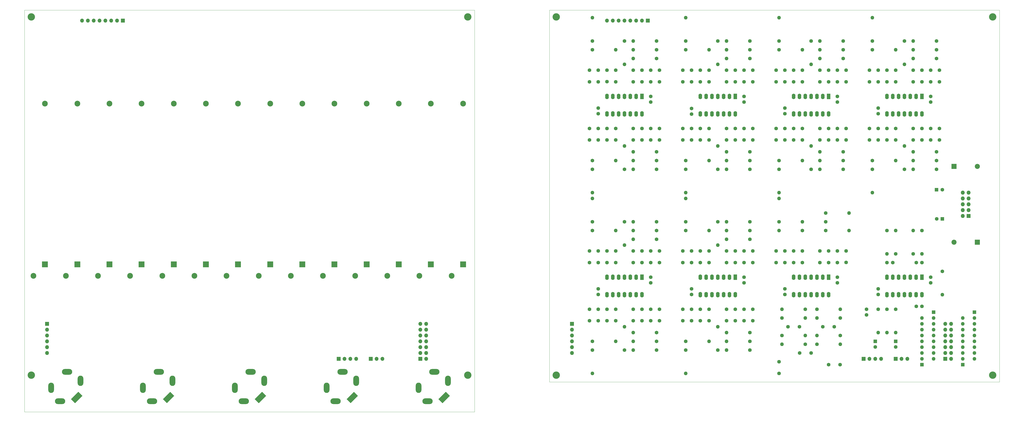
<source format=gbr>
%TF.GenerationSoftware,KiCad,Pcbnew,5.1.10-88a1d61d58~90~ubuntu20.04.1*%
%TF.CreationDate,2021-10-17T16:49:33-04:00*%
%TF.ProjectId,ysFFB,79734646-422e-46b6-9963-61645f706362,rev?*%
%TF.SameCoordinates,Original*%
%TF.FileFunction,Soldermask,Top*%
%TF.FilePolarity,Negative*%
%FSLAX46Y46*%
G04 Gerber Fmt 4.6, Leading zero omitted, Abs format (unit mm)*
G04 Created by KiCad (PCBNEW 5.1.10-88a1d61d58~90~ubuntu20.04.1) date 2021-10-17 16:49:33*
%MOMM*%
%LPD*%
G01*
G04 APERTURE LIST*
%TA.AperFunction,Profile*%
%ADD10C,0.100000*%
%TD*%
%ADD11C,1.600000*%
%ADD12O,1.600000X1.600000*%
%ADD13O,1.727200X1.727200*%
%ADD14R,1.727200X1.727200*%
%ADD15O,1.600000X2.400000*%
%ADD16R,1.600000X2.400000*%
%ADD17O,1.700000X1.700000*%
%ADD18R,1.700000X1.700000*%
%ADD19R,1.600000X1.600000*%
%ADD20C,3.200000*%
%ADD21O,2.200000X2.200000*%
%ADD22R,2.200000X2.200000*%
%ADD23C,2.500000*%
%ADD24R,2.500000X2.500000*%
%ADD25O,4.500001X2.500001*%
%ADD26O,2.500000X4.500000*%
%ADD27O,2.500000X4.500001*%
%ADD28C,0.100000*%
%ADD29O,4.500000X2.500000*%
G04 APERTURE END LIST*
D10*
X27400000Y-194000000D02*
X27400000Y-32000000D01*
X223400000Y-32000000D02*
X223400000Y-194000000D01*
X223400000Y-194000000D02*
X27400000Y-194000000D01*
X27400000Y-32000000D02*
X223400000Y-32000000D01*
X-5200000Y-32000000D02*
X-5200000Y-207000000D01*
X-201200000Y-32000000D02*
X-5200000Y-32000000D01*
X-5200000Y-207000000D02*
X-201200000Y-207000000D01*
X-201200000Y-207000000D02*
X-201200000Y-32000000D01*
D11*
%TO.C,C80*%
X178200000Y-88540000D03*
X178200000Y-83540000D03*
%TD*%
%TO.C,C10*%
X170580000Y-77150000D03*
X170580000Y-74650000D03*
%TD*%
%TO.C,C30*%
X56280000Y-58220000D03*
X56280000Y-63220000D03*
%TD*%
%TO.C,R64*%
X114700000Y-124180000D03*
D12*
X104540000Y-124180000D03*
%TD*%
D11*
%TO.C,R61*%
X86760000Y-176250000D03*
D12*
X96920000Y-176250000D03*
%TD*%
D11*
%TO.C,C78*%
X178200000Y-58220000D03*
X178200000Y-63220000D03*
%TD*%
%TO.C,C54*%
X108350000Y-58220000D03*
X108350000Y-63220000D03*
%TD*%
%TO.C,C83*%
X197250000Y-58220000D03*
X197250000Y-63220000D03*
%TD*%
%TO.C,C22*%
X187130000Y-161010000D03*
X189630000Y-161010000D03*
%TD*%
%TO.C,C50*%
X112160000Y-88540000D03*
X112160000Y-83540000D03*
%TD*%
%TO.C,C63*%
X133750000Y-88540000D03*
X133750000Y-83540000D03*
%TD*%
%TO.C,R66*%
X114700000Y-127990000D03*
D12*
X104540000Y-127990000D03*
%TD*%
D11*
%TO.C,C44*%
X89300000Y-88540000D03*
X89300000Y-83540000D03*
%TD*%
%TO.C,R78*%
X147720000Y-127990000D03*
D12*
X157880000Y-127990000D03*
%TD*%
D11*
%TO.C,C86*%
X189630000Y-58220000D03*
X189630000Y-63220000D03*
%TD*%
%TO.C,C91*%
X89300000Y-136960000D03*
X89300000Y-141960000D03*
%TD*%
%TO.C,C97*%
X112160000Y-136960000D03*
X112160000Y-141960000D03*
%TD*%
%TO.C,C130*%
X63900000Y-136960000D03*
X63900000Y-141960000D03*
%TD*%
%TO.C,R79*%
X154070000Y-173710000D03*
D12*
X143910000Y-173710000D03*
%TD*%
D13*
%TO.C,J1*%
X207410000Y-111480000D03*
X209950000Y-111480000D03*
X207410000Y-114020000D03*
X209950000Y-114020000D03*
X207410000Y-116560000D03*
X209950000Y-116560000D03*
X207410000Y-119100000D03*
X209950000Y-119100000D03*
X207410000Y-121640000D03*
D14*
X209950000Y-121640000D03*
%TD*%
D15*
%TO.C,U1*%
X67710000Y-77190000D03*
X52470000Y-69570000D03*
X65170000Y-77190000D03*
X55010000Y-69570000D03*
X62630000Y-77190000D03*
X57550000Y-69570000D03*
X60090000Y-77190000D03*
X60090000Y-69570000D03*
X57550000Y-77190000D03*
X62630000Y-69570000D03*
X55010000Y-77190000D03*
X65170000Y-69570000D03*
X52470000Y-77190000D03*
D16*
X67710000Y-69570000D03*
%TD*%
D11*
%TO.C,R49*%
X168040000Y-97510000D03*
D12*
X178200000Y-97510000D03*
%TD*%
D15*
%TO.C,U6*%
X67710000Y-155930000D03*
X52470000Y-148310000D03*
X65170000Y-155930000D03*
X55010000Y-148310000D03*
X62630000Y-155930000D03*
X57550000Y-148310000D03*
X60090000Y-155930000D03*
X60090000Y-148310000D03*
X57550000Y-155930000D03*
X62630000Y-148310000D03*
X55010000Y-155930000D03*
X65170000Y-148310000D03*
X52470000Y-155930000D03*
D16*
X67710000Y-148310000D03*
%TD*%
D11*
%TO.C,R37*%
X127400000Y-97510000D03*
D12*
X137560000Y-97510000D03*
%TD*%
D11*
%TO.C,C89*%
X85490000Y-136960000D03*
X85490000Y-141960000D03*
%TD*%
D17*
%TO.C,J2*%
X52470000Y-36550000D03*
X55010000Y-36550000D03*
X57550000Y-36550000D03*
X60090000Y-36550000D03*
X62630000Y-36550000D03*
X65170000Y-36550000D03*
X67710000Y-36550000D03*
D18*
X70250000Y-36550000D03*
%TD*%
D12*
%TO.C,RN2*%
X189630000Y-166090000D03*
X189630000Y-168630000D03*
X189630000Y-171170000D03*
X189630000Y-173710000D03*
X189630000Y-176250000D03*
X189630000Y-178790000D03*
X189630000Y-181330000D03*
X189630000Y-183870000D03*
D19*
X189630000Y-186410000D03*
%TD*%
D11*
%TO.C,C2*%
X71520000Y-72070000D03*
X71520000Y-69570000D03*
%TD*%
%TO.C,C118*%
X44850000Y-136960000D03*
X44850000Y-141960000D03*
%TD*%
%TO.C,C120*%
X48660000Y-136960000D03*
X48660000Y-141960000D03*
%TD*%
%TO.C,R23*%
X86760000Y-101320000D03*
D12*
X86760000Y-111480000D03*
%TD*%
D11*
%TO.C,C68*%
X156610000Y-88540000D03*
X156610000Y-83540000D03*
%TD*%
%TO.C,C17*%
X196020000Y-122910000D03*
D19*
X198520000Y-122910000D03*
%TD*%
D11*
%TO.C,R55*%
X195980000Y-97510000D03*
D12*
X185820000Y-97510000D03*
%TD*%
D11*
%TO.C,C48*%
X96920000Y-88540000D03*
X96920000Y-83540000D03*
%TD*%
%TO.C,R38*%
X141370000Y-45440000D03*
D12*
X141370000Y-55600000D03*
%TD*%
D11*
%TO.C,C125*%
X56280000Y-167280000D03*
X56280000Y-162280000D03*
%TD*%
%TO.C,R83*%
X46120000Y-124180000D03*
D12*
X46120000Y-114020000D03*
%TD*%
D11*
%TO.C,R43*%
X155340000Y-97510000D03*
D12*
X145180000Y-97510000D03*
%TD*%
D11*
%TO.C,R44*%
X155340000Y-53060000D03*
D12*
X145180000Y-53060000D03*
%TD*%
D11*
%TO.C,R6*%
X185820000Y-138150000D03*
D12*
X185820000Y-127990000D03*
%TD*%
D20*
%TO.C,H2*%
X220400000Y-35000000D03*
%TD*%
D11*
%TO.C,C51*%
X115970000Y-58220000D03*
X115970000Y-63220000D03*
%TD*%
D15*
%TO.C,U2*%
X108350000Y-77190000D03*
X93110000Y-69570000D03*
X105810000Y-77190000D03*
X95650000Y-69570000D03*
X103270000Y-77190000D03*
X98190000Y-69570000D03*
X100730000Y-77190000D03*
X100730000Y-69570000D03*
X98190000Y-77190000D03*
X103270000Y-69570000D03*
X95650000Y-77190000D03*
X105810000Y-69570000D03*
X93110000Y-77190000D03*
D16*
X108350000Y-69570000D03*
%TD*%
D15*
%TO.C,U3*%
X148990000Y-77190000D03*
X133750000Y-69570000D03*
X146450000Y-77190000D03*
X136290000Y-69570000D03*
X143910000Y-77190000D03*
X138830000Y-69570000D03*
X141370000Y-77190000D03*
X141370000Y-69570000D03*
X138830000Y-77190000D03*
X143910000Y-69570000D03*
X136290000Y-77190000D03*
X146450000Y-69570000D03*
X133750000Y-77190000D03*
D16*
X148990000Y-69570000D03*
%TD*%
D11*
%TO.C,C58*%
X126130000Y-88540000D03*
X126130000Y-83540000D03*
%TD*%
%TO.C,C36*%
X75330000Y-88540000D03*
X75330000Y-83540000D03*
%TD*%
%TO.C,R87*%
X60090000Y-124180000D03*
D12*
X60090000Y-134340000D03*
%TD*%
D11*
%TO.C,R91*%
X74060000Y-127990000D03*
D12*
X63900000Y-127990000D03*
%TD*%
D11*
%TO.C,C16*%
X198480000Y-110210000D03*
D19*
X195980000Y-110210000D03*
%TD*%
D11*
%TO.C,C101*%
X104540000Y-136960000D03*
X104540000Y-141960000D03*
%TD*%
%TO.C,R1*%
X174390000Y-162280000D03*
D12*
X174390000Y-172440000D03*
%TD*%
D11*
%TO.C,C111*%
X136370000Y-181330000D03*
X141370000Y-181330000D03*
%TD*%
%TO.C,R27*%
X100730000Y-101320000D03*
D12*
X100730000Y-91160000D03*
%TD*%
D11*
%TO.C,R72*%
X137560000Y-127990000D03*
D12*
X127400000Y-127990000D03*
%TD*%
D11*
%TO.C,R58*%
X86760000Y-124180000D03*
D12*
X86760000Y-114020000D03*
%TD*%
D11*
%TO.C,R90*%
X74060000Y-180060000D03*
D12*
X63900000Y-180060000D03*
%TD*%
D11*
%TO.C,C31*%
X52470000Y-88540000D03*
X52470000Y-83540000D03*
%TD*%
%TO.C,C5*%
X89300000Y-77325000D03*
X89300000Y-74825000D03*
%TD*%
%TO.C,C122*%
X52470000Y-136960000D03*
X52470000Y-141960000D03*
%TD*%
%TO.C,C28*%
X48660000Y-88540000D03*
X48660000Y-83540000D03*
%TD*%
D20*
%TO.C,H4*%
X220400000Y-191000000D03*
%TD*%
D11*
%TO.C,C75*%
X170580000Y-58220000D03*
X170580000Y-63220000D03*
%TD*%
%TO.C,C59*%
X129940000Y-58220000D03*
X129940000Y-63220000D03*
%TD*%
%TO.C,R34*%
X127400000Y-45440000D03*
D12*
X127400000Y-35280000D03*
%TD*%
D11*
%TO.C,R42*%
X155340000Y-49250000D03*
D12*
X145180000Y-49250000D03*
%TD*%
D11*
%TO.C,C40*%
X67710000Y-88540000D03*
X67710000Y-83540000D03*
%TD*%
%TO.C,C25*%
X44850000Y-58220000D03*
X44850000Y-63220000D03*
%TD*%
%TO.C,C132*%
X63900000Y-167280000D03*
X63900000Y-162280000D03*
%TD*%
%TO.C,R41*%
X155340000Y-101320000D03*
D12*
X145180000Y-101320000D03*
%TD*%
D11*
%TO.C,R93*%
X74060000Y-131800000D03*
D12*
X63900000Y-131800000D03*
%TD*%
D11*
%TO.C,C96*%
X96920000Y-167280000D03*
X96920000Y-162280000D03*
%TD*%
%TO.C,C55*%
X104540000Y-88540000D03*
X104540000Y-83540000D03*
%TD*%
%TO.C,R36*%
X127400000Y-49250000D03*
D12*
X137560000Y-49250000D03*
%TD*%
D11*
%TO.C,C131*%
X67710000Y-136960000D03*
X67710000Y-141960000D03*
%TD*%
%TO.C,C18*%
X89300000Y-155890000D03*
X89300000Y-153390000D03*
%TD*%
D12*
%TO.C,RN1*%
X207410000Y-166090000D03*
X207410000Y-168630000D03*
X207410000Y-171170000D03*
X207410000Y-173710000D03*
X207410000Y-176250000D03*
X207410000Y-178790000D03*
X207410000Y-181330000D03*
X207410000Y-183870000D03*
D19*
X207410000Y-186410000D03*
%TD*%
D11*
%TO.C,R48*%
X168040000Y-49250000D03*
D12*
X178200000Y-49250000D03*
%TD*%
D11*
%TO.C,C113*%
X156610000Y-136880000D03*
X156610000Y-141880000D03*
%TD*%
%TO.C,R50*%
X182010000Y-45440000D03*
D12*
X182010000Y-55600000D03*
%TD*%
D11*
%TO.C,R5*%
X178200000Y-138150000D03*
D12*
X178200000Y-127990000D03*
%TD*%
D11*
%TO.C,C110*%
X137560000Y-136960000D03*
X137560000Y-141960000D03*
%TD*%
%TO.C,C106*%
X126130000Y-136960000D03*
X126130000Y-141960000D03*
%TD*%
%TO.C,C112*%
X152800000Y-136960000D03*
X152800000Y-141960000D03*
%TD*%
%TO.C,C93*%
X93110000Y-136960000D03*
X93110000Y-141960000D03*
%TD*%
%TO.C,C8*%
X152800000Y-72070000D03*
X152800000Y-69570000D03*
%TD*%
D15*
%TO.C,U4*%
X189630000Y-155930000D03*
X174390000Y-148310000D03*
X187090000Y-155930000D03*
X176930000Y-148310000D03*
X184550000Y-155930000D03*
X179470000Y-148310000D03*
X182010000Y-155930000D03*
X182010000Y-148310000D03*
X179470000Y-155930000D03*
X184550000Y-148310000D03*
X176930000Y-155930000D03*
X187090000Y-148310000D03*
X174390000Y-155930000D03*
D16*
X189630000Y-148310000D03*
%TD*%
D11*
%TO.C,R71*%
X138830000Y-177520000D03*
D12*
X128670000Y-177520000D03*
%TD*%
D11*
%TO.C,C115*%
X151450000Y-169900000D03*
X146450000Y-169900000D03*
%TD*%
%TO.C,R85*%
X46120000Y-127990000D03*
D12*
X56280000Y-127990000D03*
%TD*%
D11*
%TO.C,C107*%
X129940000Y-136960000D03*
X129940000Y-141960000D03*
%TD*%
%TO.C,C108*%
X133750000Y-136960000D03*
X133750000Y-141960000D03*
%TD*%
%TO.C,R65*%
X114700000Y-180060000D03*
D12*
X104540000Y-180060000D03*
%TD*%
D11*
%TO.C,C67*%
X156610000Y-58220000D03*
X156610000Y-63220000D03*
%TD*%
%TO.C,C119*%
X44850000Y-167280000D03*
X44850000Y-162280000D03*
%TD*%
%TO.C,C56*%
X108350000Y-88540000D03*
X108350000Y-83540000D03*
%TD*%
%TO.C,R31*%
X114700000Y-97510000D03*
D12*
X104540000Y-97510000D03*
%TD*%
D11*
%TO.C,C95*%
X93110000Y-167280000D03*
X93110000Y-162280000D03*
%TD*%
%TO.C,C77*%
X174390000Y-58220000D03*
X174390000Y-63220000D03*
%TD*%
%TO.C,C84*%
X197250000Y-88540000D03*
X197250000Y-83540000D03*
%TD*%
%TO.C,C65*%
X152800000Y-58220000D03*
X152800000Y-63220000D03*
%TD*%
%TO.C,R40*%
X155340000Y-45440000D03*
D12*
X145180000Y-45440000D03*
%TD*%
D11*
%TO.C,R62*%
X100730000Y-124180000D03*
D12*
X100730000Y-134340000D03*
%TD*%
D11*
%TO.C,R67*%
X114700000Y-176250000D03*
D12*
X104540000Y-176250000D03*
%TD*%
D11*
%TO.C,C42*%
X85490000Y-88540000D03*
X85490000Y-83540000D03*
%TD*%
%TO.C,C15*%
X193440000Y-150810000D03*
X193440000Y-148310000D03*
%TD*%
%TO.C,C41*%
X85490000Y-58220000D03*
X85490000Y-63220000D03*
%TD*%
%TO.C,C6*%
X112160000Y-72070000D03*
X112160000Y-69570000D03*
%TD*%
%TO.C,R32*%
X114700000Y-53060000D03*
D12*
X104540000Y-53060000D03*
%TD*%
D11*
%TO.C,R52*%
X195980000Y-45440000D03*
D12*
X185820000Y-45440000D03*
%TD*%
D11*
%TO.C,R9*%
X189630000Y-127990000D03*
D12*
X189630000Y-138150000D03*
%TD*%
D11*
%TO.C,C39*%
X63900000Y-88540000D03*
X63900000Y-83540000D03*
%TD*%
%TO.C,R84*%
X46120000Y-180060000D03*
D12*
X46120000Y-190220000D03*
%TD*%
D11*
%TO.C,R20*%
X74060000Y-53060000D03*
D12*
X63900000Y-53060000D03*
%TD*%
D11*
%TO.C,C47*%
X93110000Y-88540000D03*
X93110000Y-83540000D03*
%TD*%
%TO.C,C7*%
X129940000Y-77150000D03*
X129940000Y-74650000D03*
%TD*%
%TO.C,C46*%
X96920000Y-58220000D03*
X96920000Y-63220000D03*
%TD*%
%TO.C,C12*%
X48660000Y-155890000D03*
X48660000Y-153390000D03*
%TD*%
%TO.C,C13*%
X71520000Y-150810000D03*
X71520000Y-148310000D03*
%TD*%
%TO.C,R51*%
X182010000Y-101320000D03*
D12*
X182010000Y-91160000D03*
%TD*%
D11*
%TO.C,C116*%
X148990000Y-136960000D03*
X148990000Y-141960000D03*
%TD*%
%TO.C,R56*%
X195980000Y-53060000D03*
D12*
X185820000Y-53060000D03*
%TD*%
%TO.C,RN3*%
X212490000Y-183870000D03*
X212490000Y-181330000D03*
X212490000Y-178790000D03*
X212490000Y-176250000D03*
X212490000Y-173710000D03*
X212490000Y-171170000D03*
X212490000Y-168630000D03*
X212490000Y-166090000D03*
D19*
X212490000Y-163550000D03*
%TD*%
D11*
%TO.C,R8*%
X174390000Y-127990000D03*
D12*
X174390000Y-138150000D03*
%TD*%
D11*
%TO.C,C73*%
X166770000Y-58220000D03*
X166770000Y-63220000D03*
%TD*%
%TO.C,C34*%
X71520000Y-88540000D03*
X71520000Y-83540000D03*
%TD*%
%TO.C,C37*%
X63900000Y-58220000D03*
X63900000Y-63220000D03*
%TD*%
%TO.C,R7*%
X198520000Y-145770000D03*
D12*
X198520000Y-155930000D03*
%TD*%
D11*
%TO.C,R86*%
X46120000Y-176250000D03*
D12*
X56280000Y-176250000D03*
%TD*%
D11*
%TO.C,C88*%
X189630000Y-88540000D03*
X189630000Y-83540000D03*
%TD*%
%TO.C,C72*%
X148990000Y-88540000D03*
X148990000Y-83540000D03*
%TD*%
%TO.C,C121*%
X48660000Y-167280000D03*
X48660000Y-162280000D03*
%TD*%
%TO.C,R3*%
X170580000Y-162280000D03*
D12*
X170580000Y-172440000D03*
%TD*%
D11*
%TO.C,R2*%
X178200000Y-162280000D03*
D12*
X178200000Y-172440000D03*
%TD*%
D11*
%TO.C,C29*%
X52470000Y-58140000D03*
X52470000Y-63140000D03*
%TD*%
%TO.C,R46*%
X168040000Y-45440000D03*
D12*
X168040000Y-35280000D03*
%TD*%
D11*
%TO.C,R47*%
X168040000Y-101320000D03*
D12*
X168040000Y-111480000D03*
%TD*%
D20*
%TO.C,H1*%
X30400000Y-35000000D03*
%TD*%
D11*
%TO.C,R69*%
X114700000Y-172440000D03*
D12*
X104540000Y-172440000D03*
%TD*%
D17*
%TO.C,J5*%
X202330000Y-168630000D03*
X199790000Y-168630000D03*
X202330000Y-171170000D03*
X199790000Y-171170000D03*
X202330000Y-173710000D03*
X199790000Y-173710000D03*
X202330000Y-176250000D03*
X199790000Y-176250000D03*
X202330000Y-178790000D03*
X199790000Y-178790000D03*
X202330000Y-181330000D03*
X199790000Y-181330000D03*
X202330000Y-183870000D03*
D18*
X199790000Y-183870000D03*
%TD*%
D11*
%TO.C,C38*%
X67710000Y-58220000D03*
X67710000Y-63220000D03*
%TD*%
%TO.C,R33*%
X114700000Y-93700000D03*
D12*
X104540000Y-93700000D03*
%TD*%
D11*
%TO.C,C94*%
X96920000Y-136960000D03*
X96920000Y-141960000D03*
%TD*%
%TO.C,C109*%
X131290000Y-169900000D03*
X136290000Y-169900000D03*
%TD*%
%TO.C,R88*%
X60090000Y-180060000D03*
D12*
X60090000Y-169900000D03*
%TD*%
D11*
%TO.C,C81*%
X193440000Y-58220000D03*
X193440000Y-63220000D03*
%TD*%
%TO.C,R28*%
X114700000Y-45440000D03*
D12*
X104540000Y-45440000D03*
%TD*%
D11*
%TO.C,R81*%
X154070000Y-166090000D03*
D12*
X143910000Y-166090000D03*
%TD*%
D11*
%TO.C,C14*%
X170580000Y-155890000D03*
X170580000Y-153390000D03*
%TD*%
%TO.C,C43*%
X89300000Y-58220000D03*
X89300000Y-63220000D03*
%TD*%
%TO.C,C100*%
X115970000Y-167280000D03*
X115970000Y-162280000D03*
%TD*%
%TO.C,R92*%
X74060000Y-176250000D03*
D12*
X63900000Y-176250000D03*
%TD*%
D11*
%TO.C,C90*%
X85490000Y-167280000D03*
X85490000Y-162280000D03*
%TD*%
%TO.C,R21*%
X74060000Y-93700000D03*
D12*
X63900000Y-93700000D03*
%TD*%
D11*
%TO.C,R89*%
X74060000Y-124180000D03*
D12*
X63900000Y-124180000D03*
%TD*%
D11*
%TO.C,C21*%
X152800000Y-150810000D03*
X152800000Y-148310000D03*
%TD*%
%TO.C,R11*%
X46120000Y-101320000D03*
D12*
X46120000Y-111480000D03*
%TD*%
D11*
%TO.C,R19*%
X74060000Y-97510000D03*
D12*
X63900000Y-97510000D03*
%TD*%
D20*
%TO.C,H3*%
X30400000Y-191000000D03*
%TD*%
D11*
%TO.C,C45*%
X93110000Y-58220000D03*
X93110000Y-63220000D03*
%TD*%
%TO.C,C49*%
X112160000Y-58220000D03*
X112160000Y-63220000D03*
%TD*%
%TO.C,C126*%
X71520000Y-136960000D03*
X71520000Y-141960000D03*
%TD*%
%TO.C,R39*%
X141370000Y-101320000D03*
D12*
X141370000Y-91160000D03*
%TD*%
D11*
%TO.C,C53*%
X104540000Y-58220000D03*
X104540000Y-63220000D03*
%TD*%
%TO.C,R29*%
X114700000Y-101320000D03*
D12*
X104540000Y-101320000D03*
%TD*%
%TO.C,RN4*%
X194710000Y-183870000D03*
X194710000Y-181330000D03*
X194710000Y-178790000D03*
X194710000Y-176250000D03*
X194710000Y-173710000D03*
X194710000Y-171170000D03*
X194710000Y-168630000D03*
X194710000Y-166090000D03*
D19*
X194710000Y-163550000D03*
%TD*%
D11*
%TO.C,C85*%
X185820000Y-58220000D03*
X185820000Y-63220000D03*
%TD*%
%TO.C,C64*%
X137560000Y-88540000D03*
X137560000Y-83540000D03*
%TD*%
%TO.C,C71*%
X145180000Y-88540000D03*
X145180000Y-83540000D03*
%TD*%
%TO.C,R57*%
X195980000Y-93700000D03*
D12*
X185820000Y-93700000D03*
%TD*%
D11*
%TO.C,R59*%
X86760000Y-180060000D03*
D12*
X86760000Y-190220000D03*
%TD*%
D11*
%TO.C,R60*%
X86760000Y-127990000D03*
D12*
X96920000Y-127990000D03*
%TD*%
D11*
%TO.C,C114*%
X145180000Y-136960000D03*
X145180000Y-141960000D03*
%TD*%
%TO.C,C103*%
X104540000Y-167280000D03*
X104540000Y-162280000D03*
%TD*%
D15*
%TO.C,U7*%
X108350000Y-155930000D03*
X93110000Y-148310000D03*
X105810000Y-155930000D03*
X95650000Y-148310000D03*
X103270000Y-155930000D03*
X98190000Y-148310000D03*
X100730000Y-155930000D03*
X100730000Y-148310000D03*
X98190000Y-155930000D03*
X103270000Y-148310000D03*
X95650000Y-155930000D03*
X105810000Y-148310000D03*
X93110000Y-155930000D03*
D16*
X108350000Y-148310000D03*
%TD*%
D11*
%TO.C,R53*%
X195980000Y-101320000D03*
D12*
X185820000Y-101320000D03*
%TD*%
D11*
%TO.C,R75*%
X128670000Y-166090000D03*
D12*
X138830000Y-166090000D03*
%TD*%
D11*
%TO.C,R35*%
X127400000Y-101320000D03*
D12*
X127400000Y-111480000D03*
%TD*%
D11*
%TO.C,C98*%
X112160000Y-167280000D03*
X112160000Y-162280000D03*
%TD*%
%TO.C,C105*%
X127400000Y-190220000D03*
X127400000Y-185220000D03*
%TD*%
%TO.C,C4*%
X178200000Y-178750000D03*
D19*
X178200000Y-176250000D03*
%TD*%
D11*
%TO.C,R17*%
X74060000Y-101320000D03*
D12*
X63900000Y-101320000D03*
%TD*%
D11*
%TO.C,R74*%
X138830000Y-162280000D03*
D12*
X128670000Y-162280000D03*
%TD*%
D11*
%TO.C,C57*%
X126130000Y-58220000D03*
X126130000Y-63220000D03*
%TD*%
%TO.C,C66*%
X152800000Y-88540000D03*
X152800000Y-83540000D03*
%TD*%
%TO.C,C62*%
X137560000Y-58220000D03*
X137560000Y-63220000D03*
%TD*%
%TO.C,C128*%
X75330000Y-136960000D03*
X75330000Y-141960000D03*
%TD*%
%TO.C,C61*%
X133750000Y-58220000D03*
X133750000Y-63220000D03*
%TD*%
%TO.C,C127*%
X71520000Y-167280000D03*
X71520000Y-162280000D03*
%TD*%
%TO.C,R25*%
X86760000Y-97510000D03*
D12*
X96920000Y-97510000D03*
%TD*%
D11*
%TO.C,R26*%
X100730000Y-45440000D03*
D12*
X100730000Y-55600000D03*
%TD*%
D11*
%TO.C,C23*%
X176890000Y-141960000D03*
X174390000Y-141960000D03*
%TD*%
%TO.C,R76*%
X147720000Y-124180000D03*
D12*
X137560000Y-124180000D03*
%TD*%
D11*
%TO.C,R24*%
X86760000Y-49250000D03*
D12*
X96920000Y-49250000D03*
%TD*%
D11*
%TO.C,C26*%
X44850000Y-88540000D03*
X44850000Y-83540000D03*
%TD*%
%TO.C,R18*%
X74060000Y-49250000D03*
D12*
X63900000Y-49250000D03*
%TD*%
D11*
%TO.C,R68*%
X114700000Y-131800000D03*
D12*
X104540000Y-131800000D03*
%TD*%
D11*
%TO.C,R77*%
X143910000Y-177520000D03*
D12*
X154070000Y-177520000D03*
%TD*%
D11*
%TO.C,C3*%
X169310000Y-178750000D03*
D19*
X169310000Y-176250000D03*
%TD*%
D11*
%TO.C,C24*%
X187130000Y-141960000D03*
X189630000Y-141960000D03*
%TD*%
%TO.C,C9*%
X165500000Y-164780000D03*
X165500000Y-162280000D03*
%TD*%
%TO.C,R22*%
X86760000Y-45440000D03*
D12*
X86760000Y-35280000D03*
%TD*%
D11*
%TO.C,R70*%
X127400000Y-124180000D03*
D12*
X127400000Y-114020000D03*
%TD*%
D11*
%TO.C,C19*%
X112160000Y-150810000D03*
X112160000Y-148310000D03*
%TD*%
%TO.C,R94*%
X74060000Y-172440000D03*
D12*
X63900000Y-172440000D03*
%TD*%
D15*
%TO.C,U8*%
X148990000Y-155930000D03*
X133750000Y-148310000D03*
X146450000Y-155930000D03*
X136290000Y-148310000D03*
X143910000Y-155930000D03*
X138830000Y-148310000D03*
X141370000Y-155930000D03*
X141370000Y-148310000D03*
X138830000Y-155930000D03*
X143910000Y-148310000D03*
X136290000Y-155930000D03*
X146450000Y-148310000D03*
X133750000Y-155930000D03*
D16*
X148990000Y-148310000D03*
%TD*%
D11*
%TO.C,C1*%
X48660000Y-77150000D03*
X48660000Y-74650000D03*
%TD*%
%TO.C,R82*%
X147720000Y-120370000D03*
D12*
X157880000Y-120370000D03*
%TD*%
D11*
%TO.C,C124*%
X52470000Y-167280000D03*
X52470000Y-162280000D03*
%TD*%
%TO.C,C123*%
X56280000Y-136960000D03*
X56280000Y-141960000D03*
%TD*%
%TO.C,R30*%
X114700000Y-49250000D03*
D12*
X104540000Y-49250000D03*
%TD*%
D11*
%TO.C,C74*%
X166770000Y-88540000D03*
X166770000Y-83540000D03*
%TD*%
D17*
%TO.C,J6*%
X183280000Y-183870000D03*
X180740000Y-183870000D03*
D18*
X178200000Y-183870000D03*
%TD*%
D17*
%TO.C,J3*%
X37230000Y-181330000D03*
X37230000Y-178790000D03*
X37230000Y-176250000D03*
X37230000Y-173710000D03*
X37230000Y-171170000D03*
D18*
X37230000Y-168630000D03*
%TD*%
D17*
%TO.C,J4*%
X171850000Y-183870000D03*
X169310000Y-183870000D03*
X166770000Y-183870000D03*
D18*
X164230000Y-183870000D03*
%TD*%
D11*
%TO.C,C32*%
X56280000Y-88540000D03*
X56280000Y-83540000D03*
%TD*%
D21*
%TO.C,D1*%
X213760000Y-100050000D03*
D22*
X203600000Y-100050000D03*
%TD*%
D11*
%TO.C,C129*%
X75330000Y-167280000D03*
X75330000Y-162280000D03*
%TD*%
%TO.C,R16*%
X74060000Y-45440000D03*
D12*
X63900000Y-45440000D03*
%TD*%
D11*
%TO.C,C60*%
X129940000Y-88540000D03*
X129940000Y-83540000D03*
%TD*%
%TO.C,R14*%
X60090000Y-45440000D03*
D12*
X60090000Y-55600000D03*
%TD*%
D11*
%TO.C,C82*%
X193440000Y-88540000D03*
X193440000Y-83540000D03*
%TD*%
%TO.C,C133*%
X67710000Y-167280000D03*
X67710000Y-162280000D03*
%TD*%
%TO.C,C102*%
X108350000Y-136960000D03*
X108350000Y-141960000D03*
%TD*%
%TO.C,C52*%
X115970000Y-88540000D03*
X115970000Y-83540000D03*
%TD*%
%TO.C,C76*%
X170580000Y-88540000D03*
X170580000Y-83540000D03*
%TD*%
%TO.C,R80*%
X143910000Y-162280000D03*
D12*
X154070000Y-162280000D03*
%TD*%
D11*
%TO.C,R63*%
X100730000Y-180060000D03*
D12*
X100730000Y-169900000D03*
%TD*%
D15*
%TO.C,U5*%
X189630000Y-77190000D03*
X174390000Y-69570000D03*
X187090000Y-77190000D03*
X176930000Y-69570000D03*
X184550000Y-77190000D03*
X179470000Y-69570000D03*
X182010000Y-77190000D03*
X182010000Y-69570000D03*
X179470000Y-77190000D03*
X184550000Y-69570000D03*
X176930000Y-77190000D03*
X187090000Y-69570000D03*
X174390000Y-77190000D03*
D16*
X189630000Y-69570000D03*
%TD*%
D11*
%TO.C,R12*%
X46120000Y-49250000D03*
D12*
X56280000Y-49250000D03*
%TD*%
D11*
%TO.C,C92*%
X89300000Y-167280000D03*
X89300000Y-162280000D03*
%TD*%
%TO.C,C33*%
X71520000Y-58220000D03*
X71520000Y-63220000D03*
%TD*%
D21*
%TO.C,D2*%
X203600000Y-133070000D03*
D22*
X213760000Y-133070000D03*
%TD*%
D11*
%TO.C,R45*%
X155340000Y-93700000D03*
D12*
X145180000Y-93700000D03*
%TD*%
D11*
%TO.C,R10*%
X46120000Y-45440000D03*
D12*
X46120000Y-35280000D03*
%TD*%
D11*
%TO.C,C27*%
X48660000Y-58220000D03*
X48660000Y-63220000D03*
%TD*%
%TO.C,C35*%
X75330000Y-58220000D03*
X75330000Y-63220000D03*
%TD*%
%TO.C,R13*%
X46120000Y-97510000D03*
D12*
X56280000Y-97510000D03*
%TD*%
D11*
%TO.C,R73*%
X128670000Y-173710000D03*
D12*
X138830000Y-173710000D03*
%TD*%
D11*
%TO.C,R15*%
X60090000Y-101320000D03*
D12*
X60090000Y-91160000D03*
%TD*%
D11*
%TO.C,C69*%
X145180000Y-58220000D03*
X145180000Y-63220000D03*
%TD*%
%TO.C,C70*%
X148990000Y-58220000D03*
X148990000Y-63220000D03*
%TD*%
%TO.C,C79*%
X174390000Y-88540000D03*
X174390000Y-83540000D03*
%TD*%
%TO.C,R54*%
X195980000Y-49250000D03*
D12*
X185820000Y-49250000D03*
%TD*%
D11*
%TO.C,C11*%
X193440000Y-72070000D03*
X193440000Y-69570000D03*
%TD*%
%TO.C,C99*%
X115970000Y-136960000D03*
X115970000Y-141960000D03*
%TD*%
%TO.C,C104*%
X108350000Y-167280000D03*
X108350000Y-162280000D03*
%TD*%
%TO.C,C117*%
X153990000Y-186410000D03*
X148990000Y-186410000D03*
%TD*%
%TO.C,C20*%
X129940000Y-155890000D03*
X129940000Y-153390000D03*
%TD*%
%TO.C,C87*%
X185820000Y-88540000D03*
X185820000Y-83540000D03*
%TD*%
D23*
%TO.C,RV6*%
X-66206000Y-72745000D03*
X-71206000Y-147745000D03*
D24*
X-66206000Y-142745000D03*
%TD*%
D17*
%TO.C,J16*%
X-45320000Y-183870000D03*
X-47860000Y-183870000D03*
D18*
X-50400000Y-183870000D03*
%TD*%
D17*
%TO.C,J15*%
X-56750000Y-183870000D03*
X-59290000Y-183870000D03*
X-61830000Y-183870000D03*
D18*
X-64370000Y-183870000D03*
%TD*%
D23*
%TO.C,RV2*%
X-80206000Y-72745000D03*
X-85206000Y-147745000D03*
D24*
X-80206000Y-142745000D03*
%TD*%
D25*
%TO.C,J10*%
X-25700000Y-202400000D03*
D26*
X-16800000Y-193500000D03*
D27*
X-29600000Y-196500000D03*
D28*
G36*
X-17752893Y-198265126D02*
G01*
X-15985126Y-200032893D01*
X-19167107Y-203214874D01*
X-20934874Y-201447107D01*
X-17752893Y-198265126D01*
G37*
D29*
X-22700000Y-189600000D03*
%TD*%
D17*
%TO.C,J7*%
X-176130000Y-36550000D03*
X-173590000Y-36550000D03*
X-171050000Y-36550000D03*
X-168510000Y-36550000D03*
X-165970000Y-36550000D03*
X-163430000Y-36550000D03*
X-160890000Y-36550000D03*
D18*
X-158350000Y-36550000D03*
%TD*%
D23*
%TO.C,RV9*%
X-10206000Y-72745000D03*
X-15206000Y-147745000D03*
D24*
X-10206000Y-142745000D03*
%TD*%
D23*
%TO.C,RV14*%
X-192276000Y-72745000D03*
X-197276000Y-147745000D03*
D24*
X-192276000Y-142745000D03*
%TD*%
D23*
%TO.C,RV13*%
X-178206000Y-72745000D03*
X-183206000Y-147745000D03*
D24*
X-178206000Y-142745000D03*
%TD*%
D20*
%TO.C,H8*%
X-8200000Y-191000000D03*
%TD*%
D23*
%TO.C,RV1*%
X-108206000Y-72745000D03*
X-113206000Y-147745000D03*
D24*
X-108206000Y-142745000D03*
%TD*%
D23*
%TO.C,RV7*%
X-94206000Y-72745000D03*
X-99206000Y-147745000D03*
D24*
X-94206000Y-142745000D03*
%TD*%
D17*
%TO.C,J9*%
X-191370000Y-181330000D03*
X-191370000Y-178790000D03*
X-191370000Y-176250000D03*
X-191370000Y-173710000D03*
X-191370000Y-171170000D03*
D18*
X-191370000Y-168630000D03*
%TD*%
D23*
%TO.C,RV8*%
X-122206000Y-72745000D03*
X-127206000Y-147745000D03*
D24*
X-122206000Y-142745000D03*
%TD*%
D25*
%TO.C,J12*%
X-145700000Y-202400000D03*
D26*
X-136800000Y-193500000D03*
D27*
X-149600000Y-196500000D03*
D28*
G36*
X-137752893Y-198265126D02*
G01*
X-135985126Y-200032893D01*
X-139167107Y-203214874D01*
X-140934874Y-201447107D01*
X-137752893Y-198265126D01*
G37*
D29*
X-142700000Y-189600000D03*
%TD*%
D23*
%TO.C,RV11*%
X-136206000Y-72745000D03*
X-141206000Y-147745000D03*
D24*
X-136206000Y-142745000D03*
%TD*%
D17*
%TO.C,J8*%
X-26270000Y-168630000D03*
X-28810000Y-168630000D03*
X-26270000Y-171170000D03*
X-28810000Y-171170000D03*
X-26270000Y-173710000D03*
X-28810000Y-173710000D03*
X-26270000Y-176250000D03*
X-28810000Y-176250000D03*
X-26270000Y-178790000D03*
X-28810000Y-178790000D03*
X-26270000Y-181330000D03*
X-28810000Y-181330000D03*
X-26270000Y-183870000D03*
D18*
X-28810000Y-183870000D03*
%TD*%
D20*
%TO.C,H7*%
X-198200000Y-191000000D03*
%TD*%
%TO.C,H5*%
X-198200000Y-35000000D03*
%TD*%
%TO.C,H6*%
X-8200000Y-35000000D03*
%TD*%
D23*
%TO.C,RV4*%
X-24206000Y-72745000D03*
X-29206000Y-147745000D03*
D24*
X-24206000Y-142745000D03*
%TD*%
D23*
%TO.C,RV12*%
X-150206000Y-72745000D03*
X-155206000Y-147745000D03*
D24*
X-150206000Y-142745000D03*
%TD*%
D23*
%TO.C,RV3*%
X-52206000Y-72745000D03*
X-57206000Y-147745000D03*
D24*
X-52206000Y-142745000D03*
%TD*%
D25*
%TO.C,J11*%
X-65700000Y-202400000D03*
D26*
X-56800000Y-193500000D03*
D27*
X-69600000Y-196500000D03*
D28*
G36*
X-57752893Y-198265126D02*
G01*
X-55985126Y-200032893D01*
X-59167107Y-203214874D01*
X-60934874Y-201447107D01*
X-57752893Y-198265126D01*
G37*
D29*
X-62700000Y-189600000D03*
%TD*%
D25*
%TO.C,J14*%
X-105700000Y-202400000D03*
D26*
X-96800000Y-193500000D03*
D27*
X-109600000Y-196500000D03*
D28*
G36*
X-97752893Y-198265126D02*
G01*
X-95985126Y-200032893D01*
X-99167107Y-203214874D01*
X-100934874Y-201447107D01*
X-97752893Y-198265126D01*
G37*
D29*
X-102700000Y-189600000D03*
%TD*%
D25*
%TO.C,J13*%
X-185700000Y-202400000D03*
D26*
X-176800000Y-193500000D03*
D27*
X-189600000Y-196500000D03*
D28*
G36*
X-177752893Y-198265126D02*
G01*
X-175985126Y-200032893D01*
X-179167107Y-203214874D01*
X-180934874Y-201447107D01*
X-177752893Y-198265126D01*
G37*
D29*
X-182700000Y-189600000D03*
%TD*%
D23*
%TO.C,RV10*%
X-164206000Y-72745000D03*
X-169206000Y-147745000D03*
D24*
X-164206000Y-142745000D03*
%TD*%
D23*
%TO.C,RV5*%
X-38206000Y-72745000D03*
X-43206000Y-147745000D03*
D24*
X-38206000Y-142745000D03*
%TD*%
M02*

</source>
